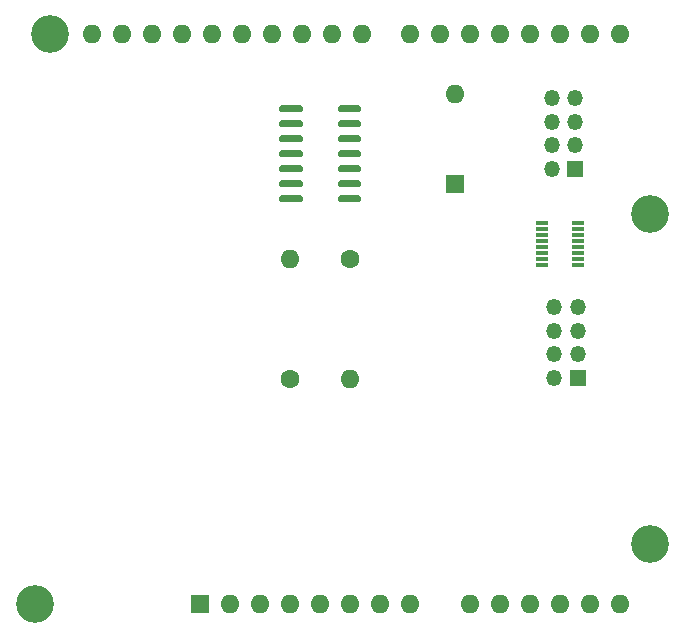
<source format=gbr>
%TF.GenerationSoftware,KiCad,Pcbnew,(5.1.9)-1*%
%TF.CreationDate,2021-02-03T21:02:23-05:00*%
%TF.ProjectId,JoystickCtrl,4a6f7973-7469-4636-9b43-74726c2e6b69,rev?*%
%TF.SameCoordinates,Original*%
%TF.FileFunction,Soldermask,Top*%
%TF.FilePolarity,Negative*%
%FSLAX46Y46*%
G04 Gerber Fmt 4.6, Leading zero omitted, Abs format (unit mm)*
G04 Created by KiCad (PCBNEW (5.1.9)-1) date 2021-02-03 21:02:23*
%MOMM*%
%LPD*%
G01*
G04 APERTURE LIST*
%ADD10O,1.350000X1.350000*%
%ADD11R,1.350000X1.350000*%
%ADD12R,0.977900X0.304800*%
%ADD13C,3.200000*%
%ADD14O,1.600000X1.600000*%
%ADD15R,1.600000X1.600000*%
%ADD16C,1.600000*%
G04 APERTURE END LIST*
D10*
%TO.C,Joystick1*%
X172200000Y-100600000D03*
X174200000Y-100600000D03*
X172200000Y-102600000D03*
X174200000Y-102600000D03*
X172200000Y-104600000D03*
X174200000Y-104600000D03*
X172200000Y-106600000D03*
D11*
X174200000Y-106600000D03*
%TD*%
D10*
%TO.C,Controller1*%
X172000000Y-82900000D03*
X174000000Y-82900000D03*
X172000000Y-84900000D03*
X174000000Y-84900000D03*
X172000000Y-86900000D03*
X174000000Y-86900000D03*
X172000000Y-88900000D03*
D11*
X174000000Y-88900000D03*
%TD*%
D12*
%TO.C,MUX1*%
X174263050Y-93500001D03*
X174263050Y-94000000D03*
X174263050Y-94500002D03*
X174263050Y-95000000D03*
X174263050Y-95500000D03*
X174263050Y-96000001D03*
X174263050Y-96500000D03*
X174263050Y-97000002D03*
X171176950Y-96999999D03*
X171176950Y-96500000D03*
X171176950Y-95999998D03*
X171176950Y-95500000D03*
X171176950Y-95000000D03*
X171176950Y-94499999D03*
X171176950Y-94000000D03*
X171176950Y-93499998D03*
%TD*%
D13*
%TO.C,A1*%
X180340000Y-120650000D03*
X180340000Y-92710000D03*
X129540000Y-77470000D03*
X128270000Y-125730000D03*
D14*
X175260000Y-77470000D03*
X177800000Y-77470000D03*
X138180000Y-77470000D03*
X177800000Y-125730000D03*
X140720000Y-77470000D03*
X175260000Y-125730000D03*
X143260000Y-77470000D03*
X172720000Y-125730000D03*
X145800000Y-77470000D03*
X170180000Y-125730000D03*
X148340000Y-77470000D03*
X167640000Y-125730000D03*
X150880000Y-77470000D03*
X165100000Y-125730000D03*
X153420000Y-77470000D03*
X160020000Y-125730000D03*
X155960000Y-77470000D03*
X157480000Y-125730000D03*
X160020000Y-77470000D03*
X154940000Y-125730000D03*
X162560000Y-77470000D03*
X152400000Y-125730000D03*
X165100000Y-77470000D03*
X149860000Y-125730000D03*
X167640000Y-77470000D03*
X147320000Y-125730000D03*
X170180000Y-77470000D03*
X144780000Y-125730000D03*
X172720000Y-77470000D03*
D15*
X142240000Y-125730000D03*
D14*
X135640000Y-77470000D03*
X133100000Y-77470000D03*
%TD*%
%TO.C,R2*%
X149860000Y-96520000D03*
D16*
X149860000Y-106680000D03*
%TD*%
D14*
%TO.C,R1*%
X154940000Y-106680000D03*
D16*
X154940000Y-96520000D03*
%TD*%
D14*
%TO.C,SW1*%
X163830000Y-82550000D03*
D15*
X163830000Y-90170000D03*
%TD*%
%TO.C,DigiPOT1*%
G36*
G01*
X150900000Y-91290000D02*
X150900000Y-91590000D01*
G75*
G02*
X150750000Y-91740000I-150000J0D01*
G01*
X149100000Y-91740000D01*
G75*
G02*
X148950000Y-91590000I0J150000D01*
G01*
X148950000Y-91290000D01*
G75*
G02*
X149100000Y-91140000I150000J0D01*
G01*
X150750000Y-91140000D01*
G75*
G02*
X150900000Y-91290000I0J-150000D01*
G01*
G37*
G36*
G01*
X150900000Y-90020000D02*
X150900000Y-90320000D01*
G75*
G02*
X150750000Y-90470000I-150000J0D01*
G01*
X149100000Y-90470000D01*
G75*
G02*
X148950000Y-90320000I0J150000D01*
G01*
X148950000Y-90020000D01*
G75*
G02*
X149100000Y-89870000I150000J0D01*
G01*
X150750000Y-89870000D01*
G75*
G02*
X150900000Y-90020000I0J-150000D01*
G01*
G37*
G36*
G01*
X150900000Y-88750000D02*
X150900000Y-89050000D01*
G75*
G02*
X150750000Y-89200000I-150000J0D01*
G01*
X149100000Y-89200000D01*
G75*
G02*
X148950000Y-89050000I0J150000D01*
G01*
X148950000Y-88750000D01*
G75*
G02*
X149100000Y-88600000I150000J0D01*
G01*
X150750000Y-88600000D01*
G75*
G02*
X150900000Y-88750000I0J-150000D01*
G01*
G37*
G36*
G01*
X150900000Y-87480000D02*
X150900000Y-87780000D01*
G75*
G02*
X150750000Y-87930000I-150000J0D01*
G01*
X149100000Y-87930000D01*
G75*
G02*
X148950000Y-87780000I0J150000D01*
G01*
X148950000Y-87480000D01*
G75*
G02*
X149100000Y-87330000I150000J0D01*
G01*
X150750000Y-87330000D01*
G75*
G02*
X150900000Y-87480000I0J-150000D01*
G01*
G37*
G36*
G01*
X150900000Y-86210000D02*
X150900000Y-86510000D01*
G75*
G02*
X150750000Y-86660000I-150000J0D01*
G01*
X149100000Y-86660000D01*
G75*
G02*
X148950000Y-86510000I0J150000D01*
G01*
X148950000Y-86210000D01*
G75*
G02*
X149100000Y-86060000I150000J0D01*
G01*
X150750000Y-86060000D01*
G75*
G02*
X150900000Y-86210000I0J-150000D01*
G01*
G37*
G36*
G01*
X150900000Y-84940000D02*
X150900000Y-85240000D01*
G75*
G02*
X150750000Y-85390000I-150000J0D01*
G01*
X149100000Y-85390000D01*
G75*
G02*
X148950000Y-85240000I0J150000D01*
G01*
X148950000Y-84940000D01*
G75*
G02*
X149100000Y-84790000I150000J0D01*
G01*
X150750000Y-84790000D01*
G75*
G02*
X150900000Y-84940000I0J-150000D01*
G01*
G37*
G36*
G01*
X150900000Y-83670000D02*
X150900000Y-83970000D01*
G75*
G02*
X150750000Y-84120000I-150000J0D01*
G01*
X149100000Y-84120000D01*
G75*
G02*
X148950000Y-83970000I0J150000D01*
G01*
X148950000Y-83670000D01*
G75*
G02*
X149100000Y-83520000I150000J0D01*
G01*
X150750000Y-83520000D01*
G75*
G02*
X150900000Y-83670000I0J-150000D01*
G01*
G37*
G36*
G01*
X155850000Y-83670000D02*
X155850000Y-83970000D01*
G75*
G02*
X155700000Y-84120000I-150000J0D01*
G01*
X154050000Y-84120000D01*
G75*
G02*
X153900000Y-83970000I0J150000D01*
G01*
X153900000Y-83670000D01*
G75*
G02*
X154050000Y-83520000I150000J0D01*
G01*
X155700000Y-83520000D01*
G75*
G02*
X155850000Y-83670000I0J-150000D01*
G01*
G37*
G36*
G01*
X155850000Y-84940000D02*
X155850000Y-85240000D01*
G75*
G02*
X155700000Y-85390000I-150000J0D01*
G01*
X154050000Y-85390000D01*
G75*
G02*
X153900000Y-85240000I0J150000D01*
G01*
X153900000Y-84940000D01*
G75*
G02*
X154050000Y-84790000I150000J0D01*
G01*
X155700000Y-84790000D01*
G75*
G02*
X155850000Y-84940000I0J-150000D01*
G01*
G37*
G36*
G01*
X155850000Y-86210000D02*
X155850000Y-86510000D01*
G75*
G02*
X155700000Y-86660000I-150000J0D01*
G01*
X154050000Y-86660000D01*
G75*
G02*
X153900000Y-86510000I0J150000D01*
G01*
X153900000Y-86210000D01*
G75*
G02*
X154050000Y-86060000I150000J0D01*
G01*
X155700000Y-86060000D01*
G75*
G02*
X155850000Y-86210000I0J-150000D01*
G01*
G37*
G36*
G01*
X155850000Y-87480000D02*
X155850000Y-87780000D01*
G75*
G02*
X155700000Y-87930000I-150000J0D01*
G01*
X154050000Y-87930000D01*
G75*
G02*
X153900000Y-87780000I0J150000D01*
G01*
X153900000Y-87480000D01*
G75*
G02*
X154050000Y-87330000I150000J0D01*
G01*
X155700000Y-87330000D01*
G75*
G02*
X155850000Y-87480000I0J-150000D01*
G01*
G37*
G36*
G01*
X155850000Y-88750000D02*
X155850000Y-89050000D01*
G75*
G02*
X155700000Y-89200000I-150000J0D01*
G01*
X154050000Y-89200000D01*
G75*
G02*
X153900000Y-89050000I0J150000D01*
G01*
X153900000Y-88750000D01*
G75*
G02*
X154050000Y-88600000I150000J0D01*
G01*
X155700000Y-88600000D01*
G75*
G02*
X155850000Y-88750000I0J-150000D01*
G01*
G37*
G36*
G01*
X155850000Y-90020000D02*
X155850000Y-90320000D01*
G75*
G02*
X155700000Y-90470000I-150000J0D01*
G01*
X154050000Y-90470000D01*
G75*
G02*
X153900000Y-90320000I0J150000D01*
G01*
X153900000Y-90020000D01*
G75*
G02*
X154050000Y-89870000I150000J0D01*
G01*
X155700000Y-89870000D01*
G75*
G02*
X155850000Y-90020000I0J-150000D01*
G01*
G37*
G36*
G01*
X155850000Y-91290000D02*
X155850000Y-91590000D01*
G75*
G02*
X155700000Y-91740000I-150000J0D01*
G01*
X154050000Y-91740000D01*
G75*
G02*
X153900000Y-91590000I0J150000D01*
G01*
X153900000Y-91290000D01*
G75*
G02*
X154050000Y-91140000I150000J0D01*
G01*
X155700000Y-91140000D01*
G75*
G02*
X155850000Y-91290000I0J-150000D01*
G01*
G37*
%TD*%
M02*

</source>
